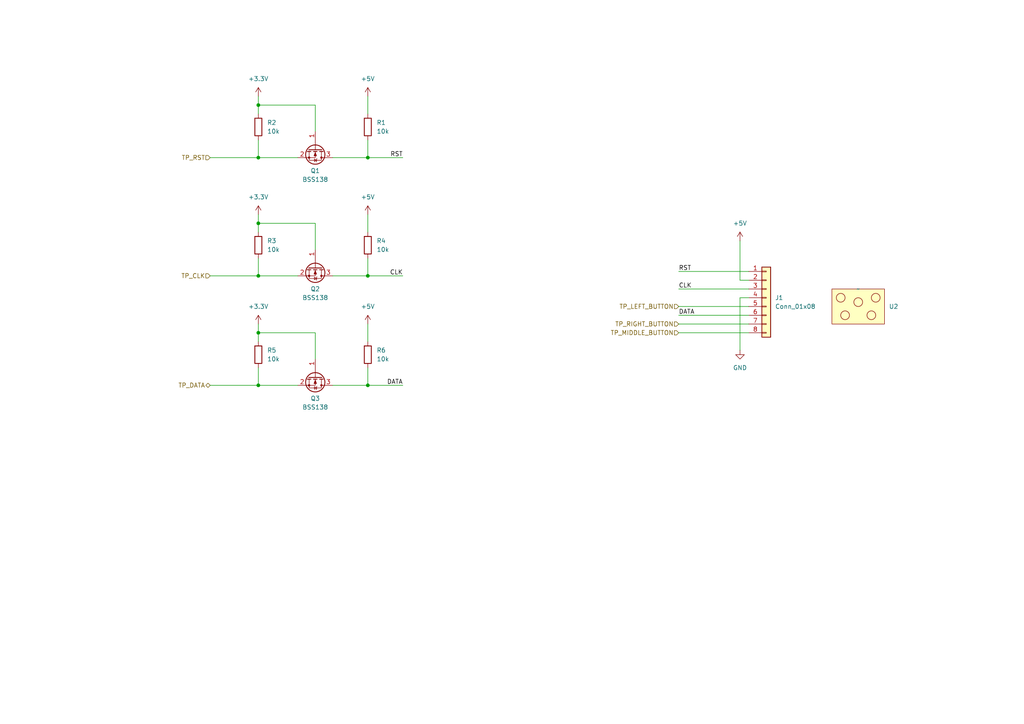
<source format=kicad_sch>
(kicad_sch (version 20230121) (generator eeschema)
  (paper "A4")
  (lib_symbols
    (symbol "Connector_Generic:Conn_01x08" (pin_names (offset 1.016) hide)
      (property "Reference" "J" (at 0 10.16 0))
      (property "Value" "Conn_01x08" (at 0 -12.7 0))
      (symbol "Conn_01x08_1_1"
        (rectangle (start -1.27 -10.033) (end 0 -10.287) (stroke (width 0.1524)))
        (rectangle (start -1.27 -7.493) (end 0 -7.747) (stroke (width 0.1524)))
        (rectangle (start -1.27 -4.953) (end 0 -5.207) (stroke (width 0.1524)))
        (rectangle (start -1.27 -2.413) (end 0 -2.667) (stroke (width 0.1524)))
        (rectangle (start -1.27 0.127) (end 0 -0.127) (stroke (width 0.1524)))
        (rectangle (start -1.27 2.667) (end 0 2.413) (stroke (width 0.1524)))
        (rectangle (start -1.27 5.207) (end 0 4.953) (stroke (width 0.1524)))
        (rectangle (start -1.27 7.747) (end 0 7.493) (stroke (width 0.1524)))
        (rectangle (start -1.27 8.89) (end 1.27 -11.43) (stroke (width 0.254)) (fill (type background)))
        (pin passive line (at -5.08 7.62 0) (length 3.81) (name "Pin_1") (number "1"))
        (pin passive line (at -5.08 5.08 0) (length 3.81) (name "Pin_2") (number "2"))
        (pin passive line (at -5.08 2.54 0) (length 3.81) (name "Pin_3") (number "3"))
        (pin passive line (at -5.08 0 0) (length 3.81) (name "Pin_4") (number "4"))
        (pin passive line (at -5.08 -2.54 0) (length 3.81) (name "Pin_5") (number "5"))
        (pin passive line (at -5.08 -5.08 0) (length 3.81) (name "Pin_6") (number "6"))
        (pin passive line (at -5.08 -7.62 0) (length 3.81) (name "Pin_7") (number "7"))
        (pin passive line (at -5.08 -10.16 0) (length 3.81) (name "Pin_8") (number "8"))
      )
    )
    (symbol "Device:R" (pin_numbers hide) (pin_names (offset 0))
      (property "Reference" "R" (at 2.032 0 90))
      (property "Value" "R" (at 0 0 90))
      (symbol "R_0_1"
        (rectangle (start -1.016 -2.54) (end 1.016 2.54) (stroke (width 0.254)))
      )
      (symbol "R_1_1"
        (pin passive line (at 0 3.81 270) (length 1.27) (name "~") (number "1"))
        (pin passive line (at 0 -3.81 90) (length 1.27) (name "~") (number "2"))
      )
    )
    (symbol "Transistor_FET:BSS138" (pin_names hide)
      (property "Reference" "Q" (at 5.08 1.905 0))
      (property "Value" "BSS138" (at 5.08 0 0))
      (symbol "BSS138_0_1"
        (polyline (pts (xy 0.254 0) (xy -2.54 0)))
        (polyline (pts (xy 0.254 1.905) (xy 0.254 -1.905)) (stroke (width 0.254)))
        (polyline (pts (xy 0.762 -1.27) (xy 0.762 -2.286)) (stroke (width 0.254)))
        (polyline (pts (xy 0.762 0.508) (xy 0.762 -0.508)) (stroke (width 0.254)))
        (polyline (pts (xy 0.762 2.286) (xy 0.762 1.27)) (stroke (width 0.254)))
        (polyline (pts (xy 2.54 2.54) (xy 2.54 1.778)))
        (polyline (pts (xy 2.54 -2.54) (xy 2.54 0) (xy 0.762 0)))
        (polyline (pts (xy 0.762 -1.778) (xy 3.302 -1.778) (xy 3.302 1.778) (xy 0.762 1.778)))
        (polyline (pts (xy 1.016 0) (xy 2.032 0.381) (xy 2.032 -0.381) (xy 1.016 0)) (fill (type outline)))
        (polyline (pts (xy 2.794 0.508) (xy 2.921 0.381) (xy 3.683 0.381) (xy 3.81 0.254)))
        (polyline (pts (xy 3.302 0.381) (xy 2.921 -0.254) (xy 3.683 -0.254) (xy 3.302 0.381)))
        (circle (center 1.651 0) (radius 2.794) (stroke (width 0.254)))
        (circle (center 2.54 -1.778) (radius 0.254) (fill (type outline)))
        (circle (center 2.54 1.778) (radius 0.254) (fill (type outline)))
      )
      (symbol "BSS138_1_1"
        (pin input line (at -5.08 0 0) (length 2.54) (name "G") (number "1"))
        (pin passive line (at 2.54 -5.08 90) (length 2.54) (name "S") (number "2"))
        (pin passive line (at 2.54 5.08 270) (length 2.54) (name "D") (number "3"))
      )
    )
    (symbol "power:+3.3V" (power) (pin_names (offset 0))
      (property "Value" "+3.3V" (at 0 3.556 0))
      (symbol "+3.3V_0_1"
        (polyline (pts (xy -0.762 1.27) (xy 0 2.54)))
        (polyline (pts (xy 0 0) (xy 0 2.54)))
        (polyline (pts (xy 0 2.54) (xy 0.762 1.27)))
      )
      (symbol "+3.3V_1_1"
        (pin power_in line (at 0 0 90) (length 0) hide (name "+3.3V") (number "1"))
      )
    )
    (symbol "power:+5V" (power) (pin_names (offset 0))
      (property "Value" "+5V" (at 0 3.556 0))
      (symbol "+5V_0_1"
        (polyline (pts (xy -0.762 1.27) (xy 0 2.54)))
        (polyline (pts (xy 0 0) (xy 0 2.54)))
        (polyline (pts (xy 0 2.54) (xy 0.762 1.27)))
      )
      (symbol "+5V_1_1"
        (pin power_in line (at 0 0 90) (length 0) hide (name "+5V") (number "1"))
      )
    )
    (symbol "power:GND" (power) (pin_names (offset 0))
      (property "Value" "GND" (at 0 -3.81 0))
      (symbol "GND_0_1"
        (polyline (pts (xy 0 0) (xy 0 -1.27) (xy 1.27 -1.27) (xy 0 -2.54) (xy -1.27 -1.27) (xy 0 -1.27)))
      )
      (symbol "GND_1_1"
        (pin power_in line (at 0 0 270) (length 0) hide (name "GND") (number "1"))
      )
    )
    (symbol "trackpoint:trackpoint_t400" (in_bom no)
      (property "Reference" "U" (at 0 1.27 0))
      (symbol "trackpoint_t400_1_1"
        (rectangle (start -7.62 0) (end 7.62 -10.16) (fill (type background)))
        (circle (center -5.08 -2.54) (radius 1.27))
        (circle (center -3.81 -7.62) (radius 1.27))
        (circle (center 0 -3.81) (radius 1.27))
        (circle (center 3.81 -7.62) (radius 1.27))
        (circle (center 5.08 -2.54) (radius 1.27))
      )
    )
  )
  (junction (at 74.93 111.76))
  (junction (at 106.68 111.76))
  (junction (at 74.93 80.01))
  (junction (at 74.93 30.48))
  (junction (at 74.93 64.77))
  (junction (at 74.93 96.52))
  (junction (at 106.68 80.01))
  (junction (at 74.93 45.72))
  (junction (at 106.68 45.72))
  (wire (pts (xy 91.44 30.48) (xy 74.93 30.48)))
  (wire (pts (xy 60.96 111.76) (xy 74.93 111.76)))
  (wire (pts (xy 214.63 86.36) (xy 214.63 101.6)))
  (wire (pts (xy 60.96 45.72) (xy 74.93 45.72)))
  (wire (pts (xy 91.44 72.39) (xy 91.44 64.77)))
  (wire (pts (xy 91.44 96.52) (xy 74.93 96.52)))
  (wire (pts (xy 217.17 86.36) (xy 214.63 86.36)))
  (wire (pts (xy 106.68 111.76) (xy 116.84 111.76)))
  (wire (pts (xy 196.85 91.44) (xy 217.17 91.44)))
  (wire (pts (xy 106.68 62.23) (xy 106.68 67.31)))
  (wire (pts (xy 91.44 64.77) (xy 74.93 64.77)))
  (wire (pts (xy 74.93 62.23) (xy 74.93 64.77)))
  (wire (pts (xy 60.96 80.01) (xy 74.93 80.01)))
  (wire (pts (xy 74.93 40.64) (xy 74.93 45.72)))
  (wire (pts (xy 74.93 64.77) (xy 74.93 67.31)))
  (wire (pts (xy 214.63 69.85) (xy 214.63 81.28)))
  (wire (pts (xy 74.93 27.94) (xy 74.93 30.48)))
  (wire (pts (xy 106.68 106.68) (xy 106.68 111.76)))
  (wire (pts (xy 74.93 93.98) (xy 74.93 96.52)))
  (wire (pts (xy 196.85 88.9) (xy 217.17 88.9)))
  (wire (pts (xy 106.68 80.01) (xy 116.84 80.01)))
  (wire (pts (xy 91.44 104.14) (xy 91.44 96.52)))
  (wire (pts (xy 74.93 111.76) (xy 86.36 111.76)))
  (wire (pts (xy 106.68 93.98) (xy 106.68 99.06)))
  (wire (pts (xy 91.44 38.1) (xy 91.44 30.48)))
  (wire (pts (xy 74.93 45.72) (xy 86.36 45.72)))
  (wire (pts (xy 196.85 78.74) (xy 217.17 78.74)))
  (wire (pts (xy 96.52 111.76) (xy 106.68 111.76)))
  (wire (pts (xy 106.68 27.94) (xy 106.68 33.02)))
  (wire (pts (xy 196.85 96.52) (xy 217.17 96.52)))
  (wire (pts (xy 74.93 80.01) (xy 86.36 80.01)))
  (wire (pts (xy 74.93 96.52) (xy 74.93 99.06)))
  (wire (pts (xy 106.68 40.64) (xy 106.68 45.72)))
  (wire (pts (xy 196.85 93.98) (xy 217.17 93.98)))
  (wire (pts (xy 217.17 81.28) (xy 214.63 81.28)))
  (wire (pts (xy 96.52 80.01) (xy 106.68 80.01)))
  (wire (pts (xy 74.93 74.93) (xy 74.93 80.01)))
  (wire (pts (xy 106.68 45.72) (xy 116.84 45.72)))
  (wire (pts (xy 106.68 74.93) (xy 106.68 80.01)))
  (wire (pts (xy 196.85 83.82) (xy 217.17 83.82)))
  (wire (pts (xy 74.93 30.48) (xy 74.93 33.02)))
  (wire (pts (xy 96.52 45.72) (xy 106.68 45.72)))
  (wire (pts (xy 74.93 106.68) (xy 74.93 111.76)))
  (label "DATA" (at 196.85 91.44 0))
  (label "RST" (at 116.84 45.72 180))
  (label "CLK" (at 196.85 83.82 0))
  (label "RST" (at 196.85 78.74 0))
  (label "CLK" (at 116.84 80.01 180))
  (label "DATA" (at 116.84 111.76 180))
  (hierarchical_label "TP_CLK" (shape input) (at 60.96 80.01 180))
  (hierarchical_label "TP_RIGHT_BUTTON" (shape input) (at 196.85 93.98 180))
  (hierarchical_label "TP_MIDDLE_BUTTON" (shape input) (at 196.85 96.52 180))
  (hierarchical_label "TP_LEFT_BUTTON" (shape input) (at 196.85 88.9 180))
  (hierarchical_label "TP_RST" (shape input) (at 60.96 45.72 180))
  (hierarchical_label "TP_DATA" (shape bidirectional) (at 60.96 111.76 180))
  (symbol (lib_id "power:+5V") (at 106.68 62.23 0) (unit 1)
    (property "Reference" "#PWR010" (effects hide))
    (property "Value" "+5V" (at 106.68 57.15 0))
  )
  (symbol (lib_id "trackpoint:trackpoint_t400") (at 248.92 83.82 0) (unit 1) (in_bom no)
    (property "Reference" "U2" (at 257.81 88.9 0) (effects (justify left)))
    (property "Value" "~" (at 248.92 83.82 0))
    (property "Footprint" "trackpoint:trackpoint_t400" (effects hide))
  )
  (symbol (lib_id "Device:R") (at 74.93 36.83 0) (unit 1)
    (property "Reference" "R2" (at 77.47 35.56 0) (effects (justify left)))
    (property "Value" "10k" (at 77.47 38.1 0) (effects (justify left)))
    (property "Footprint" "Resistor_SMD:R_0603_1608Metric" (effects hide))
  )
  (symbol (lib_id "power:+3.3V") (at 74.93 93.98 0) (unit 1)
    (property "Reference" "#PWR011" (effects hide))
    (property "Value" "+3.3V" (at 74.93 88.9 0))
  )
  (symbol (lib_id "Transistor_FET:BSS138") (at 91.44 109.22 270) (unit 1)
    (property "Reference" "Q3" (at 91.44 115.57 90))
    (property "Value" "BSS138" (at 91.44 118.11 90))
    (property "Footprint" "Package_TO_SOT_SMD:SOT-23" (effects hide))
    (property "Datasheet" "https://www.onsemi.com/pub/Collateral/BSS138-D.PDF" (effects hide))
  )
  (symbol (lib_id "power:+5V") (at 106.68 93.98 0) (unit 1)
    (property "Reference" "#PWR012" (effects hide))
    (property "Value" "+5V" (at 106.68 88.9 0))
  )
  (symbol (lib_id "Device:R") (at 106.68 36.83 0) (unit 1)
    (property "Reference" "R1" (at 109.22 35.56 0) (effects (justify left)))
    (property "Value" "10k" (at 109.22 38.1 0) (effects (justify left)))
    (property "Footprint" "Resistor_SMD:R_0603_1608Metric" (effects hide))
  )
  (symbol (lib_id "power:+5V") (at 214.63 69.85 0) (unit 1)
    (property "Reference" "#PWR013" (effects hide))
    (property "Value" "+5V" (at 214.63 64.77 0))
  )
  (symbol (lib_id "Device:R") (at 106.68 102.87 0) (unit 1)
    (property "Reference" "R6" (at 109.22 101.6 0) (effects (justify left)))
    (property "Value" "10k" (at 109.22 104.14 0) (effects (justify left)))
    (property "Footprint" "Resistor_SMD:R_0603_1608Metric" (effects hide))
  )
  (symbol (lib_id "Device:R") (at 106.68 71.12 0) (unit 1)
    (property "Reference" "R4" (at 109.22 69.85 0) (effects (justify left)))
    (property "Value" "10k" (at 109.22 72.39 0) (effects (justify left)))
    (property "Footprint" "Resistor_SMD:R_0603_1608Metric" (effects hide))
  )
  (symbol (lib_id "Transistor_FET:BSS138") (at 91.44 77.47 270) (unit 1)
    (property "Reference" "Q2" (at 91.44 83.82 90))
    (property "Value" "BSS138" (at 91.44 86.36 90))
    (property "Footprint" "Package_TO_SOT_SMD:SOT-23" (effects hide))
    (property "Datasheet" "https://www.onsemi.com/pub/Collateral/BSS138-D.PDF" (effects hide))
  )
  (symbol (lib_id "power:+3.3V") (at 74.93 27.94 0) (unit 1)
    (property "Reference" "#PWR08" (effects hide))
    (property "Value" "+3.3V" (at 74.93 22.86 0))
  )
  (symbol (lib_id "Connector_Generic:Conn_01x08") (at 222.25 86.36 0) (unit 1)
    (property "Reference" "J1" (at 224.79 86.36 0) (effects (justify left)))
    (property "Value" "Conn_01x08" (at 224.79 88.9 0) (effects (justify left)))
    (property "Footprint" "Connector_PinHeader_1.27mm:PinHeader_1x08_P1.27mm_Vertical" (effects hide))
  )
  (symbol (lib_id "power:GND") (at 214.63 101.6 0) (unit 1)
    (property "Reference" "#PWR06" (effects hide))
    (property "Value" "GND" (at 214.63 106.68 0))
  )
  (symbol (lib_id "power:+3.3V") (at 74.93 62.23 0) (unit 1)
    (property "Reference" "#PWR09" (effects hide))
    (property "Value" "+3.3V" (at 74.93 57.15 0))
  )
  (symbol (lib_id "power:+5V") (at 106.68 27.94 0) (unit 1)
    (property "Reference" "#PWR07" (effects hide))
    (property "Value" "+5V" (at 106.68 22.86 0))
  )
  (symbol (lib_id "Device:R") (at 74.93 71.12 0) (unit 1)
    (property "Reference" "R3" (at 77.47 69.85 0) (effects (justify left)))
    (property "Value" "10k" (at 77.47 72.39 0) (effects (justify left)))
    (property "Footprint" "Resistor_SMD:R_0603_1608Metric" (effects hide))
  )
  (symbol (lib_id "Device:R") (at 74.93 102.87 0) (unit 1)
    (property "Reference" "R5" (at 77.47 101.6 0) (effects (justify left)))
    (property "Value" "10k" (at 77.47 104.14 0) (effects (justify left)))
    (property "Footprint" "Resistor_SMD:R_0603_1608Metric" (effects hide))
  )
  (symbol (lib_id "Transistor_FET:BSS138") (at 91.44 43.18 270) (unit 1)
    (property "Reference" "Q1" (at 91.44 49.53 90))
    (property "Value" "BSS138" (at 91.44 52.07 90))
    (property "Footprint" "Package_TO_SOT_SMD:SOT-23" (effects hide))
    (property "Datasheet" "https://www.onsemi.com/pub/Collateral/BSS138-D.PDF" (effects hide))
  )
)
</source>
